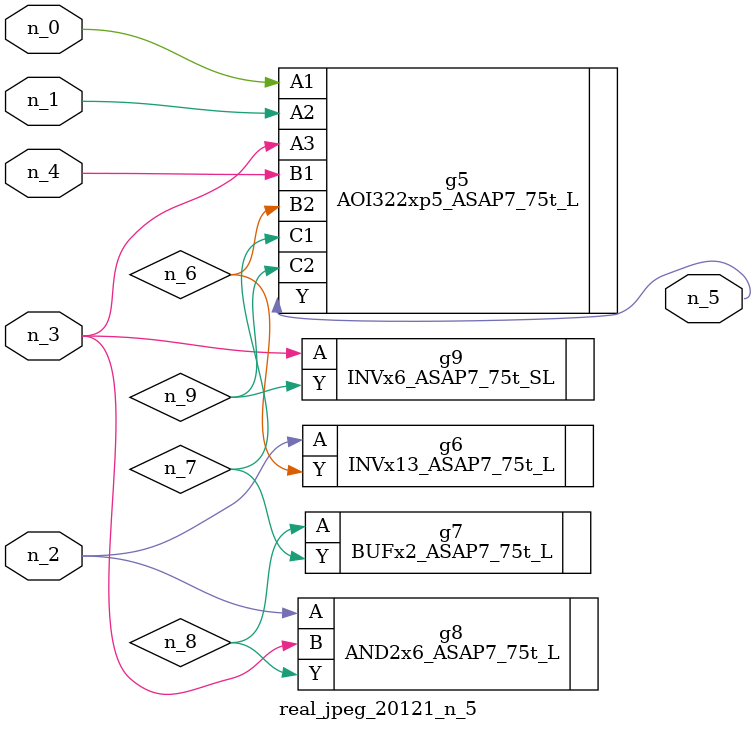
<source format=v>
module real_jpeg_20121_n_5 (n_4, n_0, n_1, n_2, n_3, n_5);

input n_4;
input n_0;
input n_1;
input n_2;
input n_3;

output n_5;

wire n_8;
wire n_6;
wire n_7;
wire n_9;

AOI322xp5_ASAP7_75t_L g5 ( 
.A1(n_0),
.A2(n_1),
.A3(n_3),
.B1(n_4),
.B2(n_6),
.C1(n_7),
.C2(n_9),
.Y(n_5)
);

INVx13_ASAP7_75t_L g6 ( 
.A(n_2),
.Y(n_6)
);

AND2x6_ASAP7_75t_L g8 ( 
.A(n_2),
.B(n_3),
.Y(n_8)
);

INVx6_ASAP7_75t_SL g9 ( 
.A(n_3),
.Y(n_9)
);

BUFx2_ASAP7_75t_L g7 ( 
.A(n_8),
.Y(n_7)
);


endmodule
</source>
